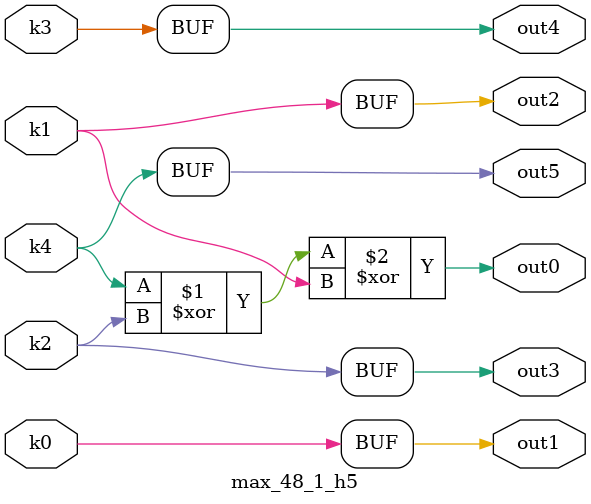
<source format=v>
module max_48_1(pi0, pi1, pi2, pi3, pi4, pi5, pi6, pi7, po0, po1, po2, po3, po4, po5);
input pi0, pi1, pi2, pi3, pi4, pi5, pi6, pi7;
output po0, po1, po2, po3, po4, po5;
wire k0, k1, k2, k3, k4;
max_48_1_w5 DUT1 (pi0, pi1, pi2, pi3, pi4, pi5, pi6, pi7, k0, k1, k2, k3, k4);
max_48_1_h5 DUT2 (k0, k1, k2, k3, k4, po0, po1, po2, po3, po4, po5);
endmodule

module max_48_1_w5(in7, in6, in5, in4, in3, in2, in1, in0, k4, k3, k2, k1, k0);
input in7, in6, in5, in4, in3, in2, in1, in0;
output k4, k3, k2, k1, k0;
assign k0 =   in0 ? ~in6 : ~in3;
assign k1 =   in0 ? ~in7 : ~in4;
assign k2 =   ~in5 & in2;
assign k3 =   ((~in6 & in3) | (~in1 & (in4 | ~in7))) & (in2 | ~in5) & (~in6 | in3);
assign k4 =   ~in7 & in4;
endmodule

module max_48_1_h5(k4, k3, k2, k1, k0, out5, out4, out3, out2, out1, out0);
input k4, k3, k2, k1, k0;
output out5, out4, out3, out2, out1, out0;
assign out0 = k4 ^ k2 ^ k1;
assign out1 = k0;
assign out2 = k1;
assign out3 = k2;
assign out4 = k3;
assign out5 = k4;
endmodule

</source>
